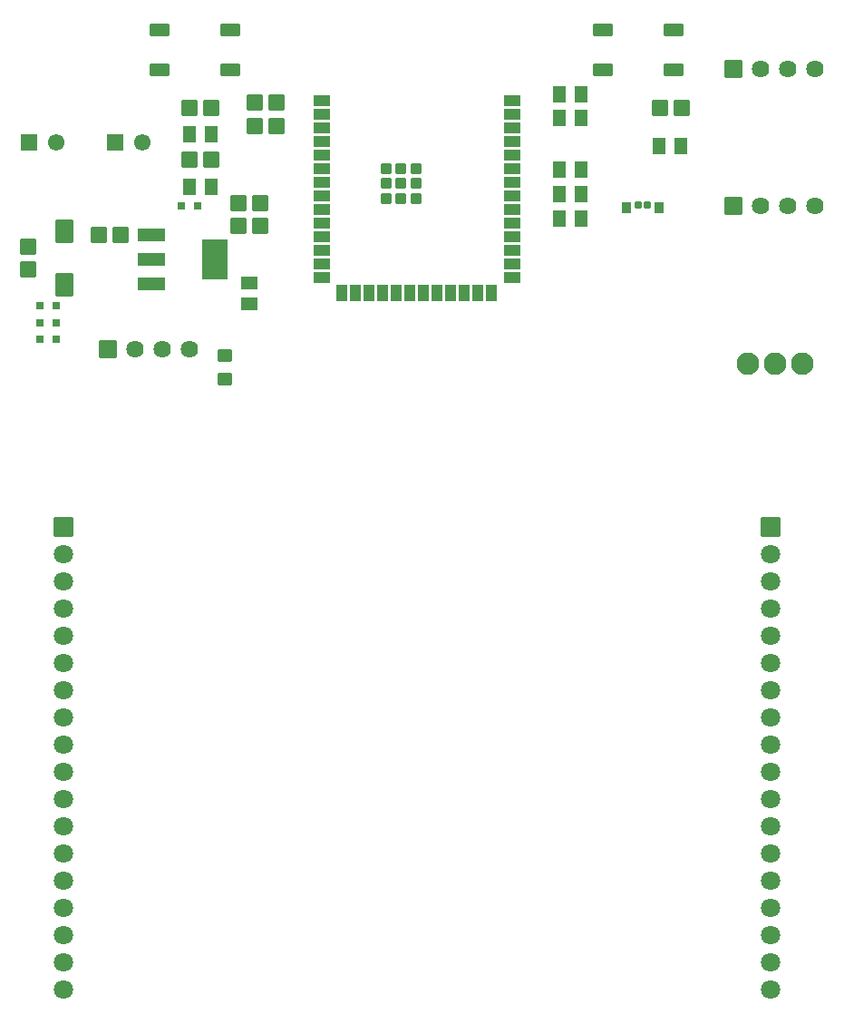
<source format=gts>
G04 Layer: TopSolderMaskLayer*
G04 EasyEDA Pro v2.2.28.1, 2024-09-11 15:41:32*
G04 Gerber Generator version 0.3*
G04 Scale: 100 percent, Rotated: No, Reflected: No*
G04 Dimensions in millimeters*
G04 Leading zeros omitted, absolute positions, 3 integers and 5 decimals*
%FSLAX35Y35*%
%MOMM*%
%AMRoundRect*1,1,$1,$2,$3*1,1,$1,$4,$5*1,1,$1,0-$2,0-$3*1,1,$1,0-$4,0-$5*20,1,$1,$2,$3,$4,$5,0*20,1,$1,$4,$5,0-$2,0-$3,0*20,1,$1,0-$2,0-$3,0-$4,0-$5,0*20,1,$1,0-$4,0-$5,$2,$3,0*4,1,4,$2,$3,$4,$5,0-$2,0-$3,0-$4,0-$5,$2,$3,0*%
%ADD10RoundRect,0.09387X-0.57013X0.69237X0.57013X0.69237*%
%ADD11RoundRect,0.09495X-0.70833X0.67833X0.70833X0.67833*%
%ADD12C,1.6256*%
%ADD13RoundRect,0.09562X-0.76499X0.76499X0.76499X0.76499*%
%ADD14C,2.1016*%
%ADD15R,1.55X1.55*%
%ADD16C,1.55*%
%ADD17RoundRect,0.09495X-0.67833X-0.70833X-0.67833X0.70833*%
%ADD18RoundRect,0.08875X0.30643X-0.30643X-0.30643X-0.30643*%
%ADD19RoundRect,0.08875X-0.30643X0.30643X0.30643X0.30643*%
%ADD20RoundRect,0.09368X1.25396X-0.55396X-1.25396X-0.55396*%
%ADD21RoundRect,0.09754X1.17203X-1.80203X-1.17203X-1.80203*%
%ADD22RoundRect,0.09495X0.70833X-0.67833X-0.70833X-0.67833*%
%ADD23RoundRect,0.09495X0.67833X0.70833X0.67833X-0.70833*%
%ADD24RoundRect,0.09093X-0.75455X0.45455X0.75455X0.45455*%
%ADD25RoundRect,0.09093X-0.45455X0.75455X0.45455X0.75455*%
%ADD26RoundRect,0.09224X-0.45468X-0.45468X-0.45468X0.45468*%
%ADD27RoundRect,0.09387X0.57013X-0.69237X-0.57013X-0.69237*%
%ADD28RoundRect,0.09302X0.62929X0.50429X0.62929X-0.50429*%
%ADD29RoundRect,0.09387X-0.69237X-0.57013X-0.69237X0.57013*%
%ADD30RoundRect,0.09568X0.77247X1.03422X0.77247X-1.03422*%
%ADD31RoundRect,0.09302X-0.85429X0.50429X0.85429X0.50429*%
%ADD32RoundRect,0.09618X0.85271X0.85271X0.85271X-0.85271*%
%ADD33C,1.8016*%
%ADD34RoundRect,0.08573X-0.25715X0.25715X0.25715X0.25715*%
%ADD35RoundRect,0.08891X-0.35556X0.50556X0.35556X0.50556*%
G75*


G04 Pad Start*
G54D10*
G01X1535100Y-1485900D03*
G01X1335100Y-1485900D03*
G01X1535100Y-1714500D03*
G01X1335100Y-1714500D03*
G01X1535100Y-787400D03*
G01X1335100Y-787400D03*
G01X1535100Y-1003300D03*
G01X1335100Y-1003300D03*
G01X1535100Y-1943100D03*
G01X1335100Y-1943100D03*
G54D11*
G01X-1916303Y-1397000D03*
G01X-2122297Y-1397000D03*
G54D12*
G01X-2120900Y-3162300D03*
G01X-2374900Y-3162300D03*
G01X-2628900Y-3162300D03*
G54D13*
G01X-2882900Y-3162300D03*
G54D14*
G01X3092449Y-3302000D03*
G01X3346449Y-3302000D03*
G01X3600449Y-3302000D03*
G54D12*
G01X3721100Y-1828800D03*
G01X3467100Y-1828800D03*
G01X3213100Y-1828800D03*
G54D13*
G01X2959100Y-1828800D03*
G54D12*
G01X3721100Y-546100D03*
G01X3467100Y-546100D03*
G01X3213100Y-546100D03*
G54D13*
G01X2959100Y-546100D03*
G54D15*
G01X-3619500Y-1231900D03*
G54D16*
G01X-3365500Y-1231900D03*
G54D15*
G01X-2819400Y-1231900D03*
G54D16*
G01X-2565400Y-1231900D03*
G54D10*
G01X-1919300Y-1155700D03*
G01X-2119300Y-1155700D03*
G01X-1919300Y-1651000D03*
G01X-2119300Y-1651000D03*
G54D11*
G01X-1306703Y-1079500D03*
G01X-1512697Y-1079500D03*
G01X-1306703Y-863600D03*
G01X-1512697Y-863600D03*
G54D17*
G01X-3632200Y-2208403D03*
G01X-3632200Y-2414397D03*
G54D18*
G01X-3366706Y-2755900D03*
G54D19*
G01X-3516693Y-2755900D03*
G54D18*
G01X-3366706Y-2921000D03*
G54D19*
G01X-3516693Y-2921000D03*
G54D18*
G01X-3366706Y-3073400D03*
G54D19*
G01X-3516693Y-3073400D03*
G54D18*
G01X-2045906Y-1828800D03*
G54D19*
G01X-2195893Y-1828800D03*
G54D20*
G01X-2481395Y-2094103D03*
G01X-2481395Y-2324100D03*
G01X-2481395Y-2554097D03*
G54D21*
G01X-1887403Y-2324100D03*
G54D22*
G01X-2973197Y-2095500D03*
G01X-2767203Y-2095500D03*
G54D23*
G01X-1460500Y-2009394D03*
G01X-1460500Y-1803400D03*
G01X-1663700Y-2009394D03*
G01X-1663700Y-1803400D03*
G54D24*
G01X-889978Y-844436D03*
G01X-889978Y-971436D03*
G01X-889978Y-1098436D03*
G01X-889978Y-1225436D03*
G01X-889978Y-1352436D03*
G01X-889978Y-1479436D03*
G01X-889978Y-1606436D03*
G01X-889978Y-1733436D03*
G01X-889978Y-1860436D03*
G01X-889978Y-1987436D03*
G01X-889978Y-2114436D03*
G01X-889978Y-2241436D03*
G01X-889978Y-2368436D03*
G01X-889978Y-2495436D03*
G54D25*
G01X-698487Y-2635364D03*
G01X-571487Y-2635364D03*
G01X-444487Y-2635364D03*
G01X-317487Y-2635364D03*
G01X-190487Y-2635364D03*
G01X-63487Y-2635364D03*
G01X63513Y-2635364D03*
G01X190513Y-2635364D03*
G01X317513Y-2635364D03*
G01X444513Y-2635364D03*
G01X571513Y-2635364D03*
G01X698513Y-2635364D03*
G54D24*
G01X889978Y-2495436D03*
G01X889978Y-2368436D03*
G01X889978Y-2241436D03*
G01X889978Y-2114436D03*
G01X889978Y-1987436D03*
G01X889978Y-1860436D03*
G01X889978Y-1733436D03*
G01X889978Y-1606436D03*
G01X889978Y-1479436D03*
G01X889978Y-1352436D03*
G01X889978Y-1225436D03*
G01X889978Y-1098436D03*
G01X889978Y-971436D03*
G01X889978Y-844436D03*
G54D26*
G01X-149949Y-1616392D03*
G01X-289954Y-1616392D03*
G01X-9944Y-1616392D03*
G01X-9944Y-1476388D03*
G01X-149949Y-1476388D03*
G01X-289954Y-1476388D03*
G01X-289954Y-1756397D03*
G01X-149949Y-1756397D03*
G01X-9944Y-1756397D03*
G54D27*
G01X2263800Y-1270000D03*
G01X2463800Y-1270000D03*
G54D11*
G01X-1916303Y-914400D03*
G01X-2122297Y-914400D03*
G01X2477897Y-914400D03*
G01X2271903Y-914400D03*
G54D28*
G01X-1790700Y-3221685D03*
G01X-1790700Y-3441700D03*
G54D29*
G01X-1562100Y-2543200D03*
G01X-1562100Y-2743200D03*
G54D30*
G01X-3289300Y-2565400D03*
G01X-3289300Y-2064664D03*
G54D31*
G01X-2400097Y-183281D03*
G01X-1740103Y-183279D03*
G01X-2400097Y-553321D03*
G01X-1740103Y-553319D03*
G01X1740103Y-183281D03*
G01X2400097Y-183279D03*
G01X1740103Y-553321D03*
G01X2400097Y-553319D03*
G54D32*
G01X-3302000Y-4826000D03*
G54D33*
G01X-3302000Y-5080000D03*
G01X-3302000Y-5334000D03*
G01X-3302000Y-5588000D03*
G01X-3302000Y-5842000D03*
G01X-3302000Y-6096000D03*
G01X-3302000Y-6350000D03*
G01X-3302000Y-6604000D03*
G01X-3302000Y-6858000D03*
G01X-3302000Y-7112000D03*
G01X-3302000Y-7366000D03*
G01X-3302000Y-7620000D03*
G01X-3302000Y-7874000D03*
G01X-3302000Y-8128000D03*
G01X-3302000Y-8382000D03*
G01X-3302000Y-8636000D03*
G01X-3302000Y-8890000D03*
G01X-3302000Y-9144000D03*
G54D32*
G01X3302000Y-4826000D03*
G54D33*
G01X3302000Y-5080000D03*
G01X3302000Y-5334000D03*
G01X3302000Y-5588000D03*
G01X3302000Y-5842000D03*
G01X3302000Y-6096000D03*
G01X3302000Y-6350000D03*
G01X3302000Y-6604000D03*
G01X3302000Y-6858000D03*
G01X3302000Y-7112000D03*
G01X3302000Y-7366000D03*
G01X3302000Y-7620000D03*
G01X3302000Y-7874000D03*
G01X3302000Y-8128000D03*
G01X3302000Y-8382000D03*
G01X3302000Y-8636000D03*
G01X3302000Y-8890000D03*
G01X3302000Y-9144000D03*
G54D34*
G01X2155088Y-1816100D03*
G54D35*
G01X2263089Y-1841094D03*
G01X1962099Y-1841094D03*
G54D34*
G01X2070100Y-1816100D03*
G04 Pad End*

M02*


</source>
